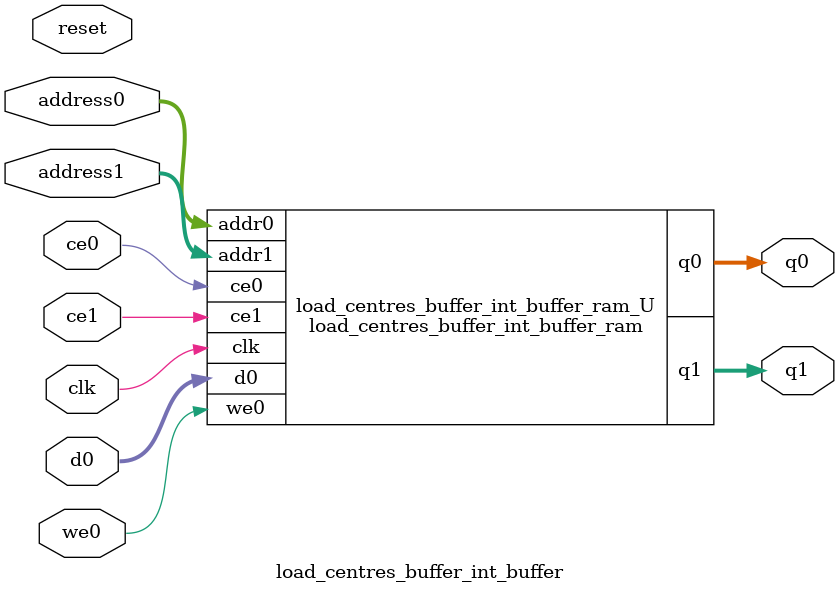
<source format=v>

`timescale 1 ns / 1 ps
module load_centres_buffer_int_buffer_ram (addr0, ce0, d0, we0, q0, addr1, ce1, q1,  clk);

parameter DWIDTH = 32;
parameter AWIDTH = 10;
parameter MEM_SIZE = 768;

input[AWIDTH-1:0] addr0;
input ce0;
input[DWIDTH-1:0] d0;
input we0;
output reg[DWIDTH-1:0] q0;
input[AWIDTH-1:0] addr1;
input ce1;
output reg[DWIDTH-1:0] q1;
input clk;

(* ram_style = "block" *)reg [DWIDTH-1:0] ram[MEM_SIZE-1:0];




always @(posedge clk)  
begin 
    if (ce0) 
    begin
        if (we0) 
        begin 
            ram[addr0] <= d0; 
            q0 <= d0;
        end 
        else 
            q0 <= ram[addr0];
    end
end


always @(posedge clk)  
begin 
    if (ce1) 
    begin
            q1 <= ram[addr1];
    end
end


endmodule


`timescale 1 ns / 1 ps
module load_centres_buffer_int_buffer(
    reset,
    clk,
    address0,
    ce0,
    we0,
    d0,
    q0,
    address1,
    ce1,
    q1);

parameter DataWidth = 32'd32;
parameter AddressRange = 32'd768;
parameter AddressWidth = 32'd10;
input reset;
input clk;
input[AddressWidth - 1:0] address0;
input ce0;
input we0;
input[DataWidth - 1:0] d0;
output[DataWidth - 1:0] q0;
input[AddressWidth - 1:0] address1;
input ce1;
output[DataWidth - 1:0] q1;




load_centres_buffer_int_buffer_ram load_centres_buffer_int_buffer_ram_U(
    .clk( clk ),
    .addr0( address0 ),
    .ce0( ce0 ),
    .d0( d0 ),
    .we0( we0 ),
    .q0( q0 ),
    .addr1( address1 ),
    .ce1( ce1 ),
    .q1( q1 ));

endmodule


</source>
